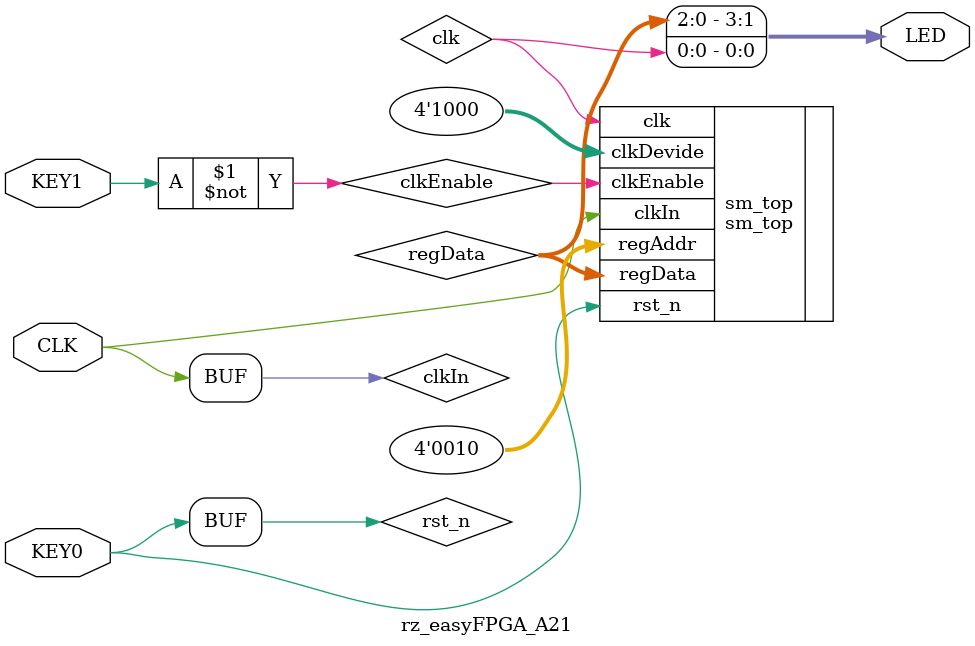
<source format=v>
module rz_easyFPGA_A21(
      input       CLK,
      input       KEY0,
		input       KEY1,
      output      [3:0]  LED

);

    // wires & inputs
    wire          clk;
    wire          clkIn     =  CLK;
    wire          rst_n     =  KEY0;
    wire          clkEnable =  ~KEY1;
	 wire [ 31:0 ] regData;

    //cores
    sm_top sm_top
    (
        .clkIn      ( clkIn     ),
        .rst_n      ( rst_n     ),
        .clkDevide  ( 4'b1000   ),
        .clkEnable  ( clkEnable ),
        .clk        ( clk       ),
        .regAddr    ( 4'b0010   ),
        .regData    ( regData   )
    );

    //outputs
    assign LED[0] = clk;
    assign LED[3] = regData[2];
	 assign LED[2] = regData[1];
	 assign LED[1] = regData[0];


endmodule
</source>
